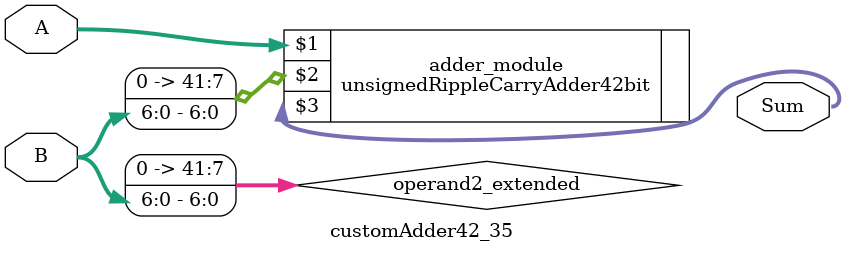
<source format=v>
module customAdder42_35(
                        input [41 : 0] A,
                        input [6 : 0] B,
                        
                        output [42 : 0] Sum
                );

        wire [41 : 0] operand2_extended;
        
        assign operand2_extended =  {35'b0, B};
        
        unsignedRippleCarryAdder42bit adder_module(
            A,
            operand2_extended,
            Sum
        );
        
        endmodule
        
</source>
